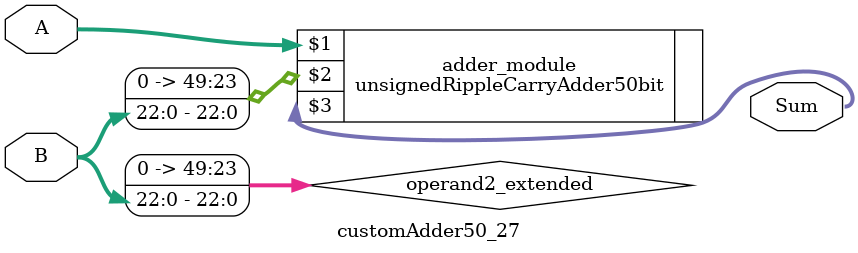
<source format=v>
module customAdder50_27(
                        input [49 : 0] A,
                        input [22 : 0] B,
                        
                        output [50 : 0] Sum
                );

        wire [49 : 0] operand2_extended;
        
        assign operand2_extended =  {27'b0, B};
        
        unsignedRippleCarryAdder50bit adder_module(
            A,
            operand2_extended,
            Sum
        );
        
        endmodule
        
</source>
